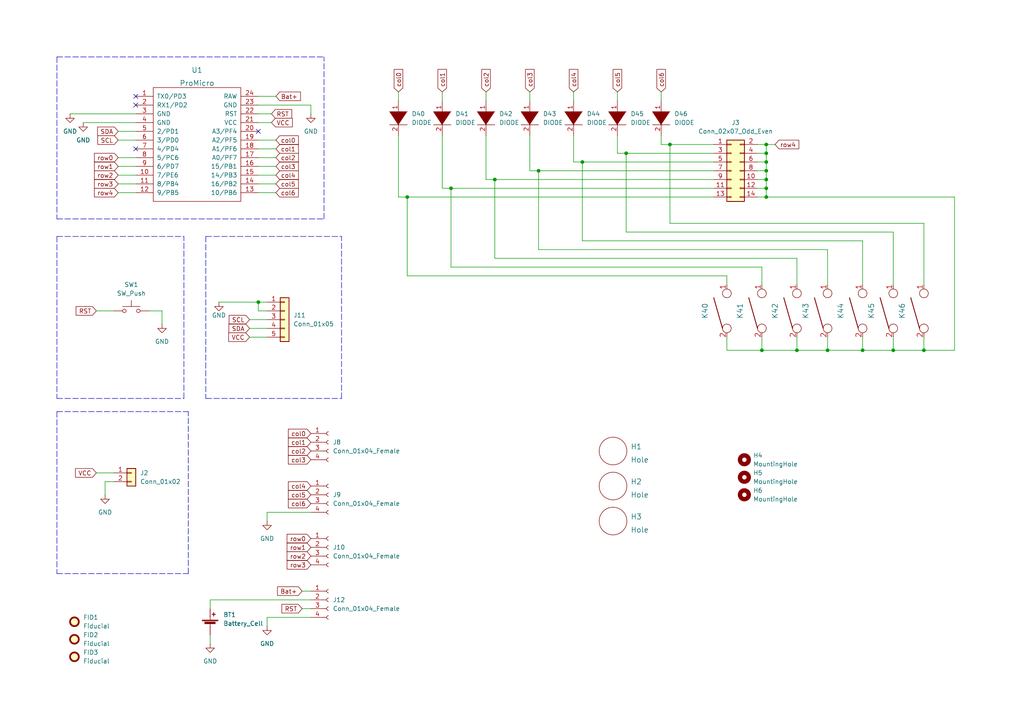
<source format=kicad_sch>
(kicad_sch (version 20211123) (generator eeschema)
  (paper "A4")
  (title_block (title "mykeeb") (rev "see git ;)"))
  (lib_symbols
    (symbol "Connector:Conn_01x04_Female" (pin_names (offset 1.016) hide)
      (property "Reference" "J" (at 0 5.08 0))
      (property "Value" "Conn_01x04_Female" (at 0 -7.62 0))
      (symbol "Conn_01x04_Female_1_1"
        (arc (start 0 -4.572) (mid -0.508 -5.08) (end 0 -5.588) (stroke (width 0.1524)))
        (arc (start 0 -2.032) (mid -0.508 -2.54) (end 0 -3.048) (stroke (width 0.1524)))
        (polyline (pts (xy -1.27 -5.08) (xy -0.508 -5.08)) (stroke (width 0.1524)))
        (polyline (pts (xy -1.27 -2.54) (xy -0.508 -2.54)) (stroke (width 0.1524)))
        (polyline (pts (xy -1.27 0) (xy -0.508 0)) (stroke (width 0.1524)))
        (polyline (pts (xy -1.27 2.54) (xy -0.508 2.54)) (stroke (width 0.1524)))
        (arc (start 0 0.508) (mid -0.508 0) (end 0 -0.508) (stroke (width 0.1524)))
        (arc (start 0 3.048) (mid -0.508 2.54) (end 0 2.032) (stroke (width 0.1524)))
        (pin passive line (at -5.08 2.54 0) (length 3.81) (name "Pin_1") (number "1"))
        (pin passive line (at -5.08 0 0) (length 3.81) (name "Pin_2") (number "2"))
        (pin passive line (at -5.08 -2.54 0) (length 3.81) (name "Pin_3") (number "3"))
        (pin passive line (at -5.08 -5.08 0) (length 3.81) (name "Pin_4") (number "4"))
      )
    )
    (symbol "Connector_Generic:Conn_01x02" (pin_names (offset 1.016) hide)
      (property "Reference" "J" (at 0 2.54 0))
      (property "Value" "Conn_01x02" (at 0 -5.08 0))
      (symbol "Conn_01x02_1_1"
        (rectangle (start -1.27 -2.413) (end 0 -2.667) (stroke (width 0.1524)))
        (rectangle (start -1.27 0.127) (end 0 -0.127) (stroke (width 0.1524)))
        (rectangle (start -1.27 1.27) (end 1.27 -3.81) (stroke (width 0.254)) (fill (type background)))
        (pin passive line (at -5.08 0 0) (length 3.81) (name "Pin_1") (number "1"))
        (pin passive line (at -5.08 -2.54 0) (length 3.81) (name "Pin_2") (number "2"))
      )
    )
    (symbol "Connector_Generic:Conn_01x05" (pin_names (offset 1.016) hide)
      (property "Reference" "J" (at 0 7.62 0))
      (property "Value" "Conn_01x05" (at 0 -7.62 0))
      (symbol "Conn_01x05_1_1"
        (rectangle (start -1.27 -4.953) (end 0 -5.207) (stroke (width 0.1524)))
        (rectangle (start -1.27 -2.413) (end 0 -2.667) (stroke (width 0.1524)))
        (rectangle (start -1.27 0.127) (end 0 -0.127) (stroke (width 0.1524)))
        (rectangle (start -1.27 2.667) (end 0 2.413) (stroke (width 0.1524)))
        (rectangle (start -1.27 5.207) (end 0 4.953) (stroke (width 0.1524)))
        (rectangle (start -1.27 6.35) (end 1.27 -6.35) (stroke (width 0.254)) (fill (type background)))
        (pin passive line (at -5.08 5.08 0) (length 3.81) (name "Pin_1") (number "1"))
        (pin passive line (at -5.08 2.54 0) (length 3.81) (name "Pin_2") (number "2"))
        (pin passive line (at -5.08 0 0) (length 3.81) (name "Pin_3") (number "3"))
        (pin passive line (at -5.08 -2.54 0) (length 3.81) (name "Pin_4") (number "4"))
        (pin passive line (at -5.08 -5.08 0) (length 3.81) (name "Pin_5") (number "5"))
      )
    )
    (symbol "Connector_Generic:Conn_02x07_Odd_Even" (pin_names (offset 1.016) hide)
      (property "Reference" "J" (at 1.27 10.16 0))
      (property "Value" "Conn_02x07_Odd_Even" (at 1.27 -10.16 0))
      (symbol "Conn_02x07_Odd_Even_1_1"
        (rectangle (start -1.27 -7.493) (end 0 -7.747) (stroke (width 0.1524)))
        (rectangle (start -1.27 -4.953) (end 0 -5.207) (stroke (width 0.1524)))
        (rectangle (start -1.27 -2.413) (end 0 -2.667) (stroke (width 0.1524)))
        (rectangle (start -1.27 0.127) (end 0 -0.127) (stroke (width 0.1524)))
        (rectangle (start -1.27 2.667) (end 0 2.413) (stroke (width 0.1524)))
        (rectangle (start -1.27 5.207) (end 0 4.953) (stroke (width 0.1524)))
        (rectangle (start -1.27 7.747) (end 0 7.493) (stroke (width 0.1524)))
        (rectangle (start -1.27 8.89) (end 3.81 -8.89) (stroke (width 0.254)) (fill (type background)))
        (rectangle (start 3.81 -7.493) (end 2.54 -7.747) (stroke (width 0.1524)))
        (rectangle (start 3.81 -4.953) (end 2.54 -5.207) (stroke (width 0.1524)))
        (rectangle (start 3.81 -2.413) (end 2.54 -2.667) (stroke (width 0.1524)))
        (rectangle (start 3.81 0.127) (end 2.54 -0.127) (stroke (width 0.1524)))
        (rectangle (start 3.81 2.667) (end 2.54 2.413) (stroke (width 0.1524)))
        (rectangle (start 3.81 5.207) (end 2.54 4.953) (stroke (width 0.1524)))
        (rectangle (start 3.81 7.747) (end 2.54 7.493) (stroke (width 0.1524)))
        (pin passive line (at -5.08 7.62 0) (length 3.81) (name "Pin_1") (number "1"))
        (pin passive line (at 7.62 -2.54 180) (length 3.81) (name "Pin_10") (number "10"))
        (pin passive line (at -5.08 -5.08 0) (length 3.81) (name "Pin_11") (number "11"))
        (pin passive line (at 7.62 -5.08 180) (length 3.81) (name "Pin_12") (number "12"))
        (pin passive line (at -5.08 -7.62 0) (length 3.81) (name "Pin_13") (number "13"))
        (pin passive line (at 7.62 -7.62 180) (length 3.81) (name "Pin_14") (number "14"))
        (pin passive line (at 7.62 7.62 180) (length 3.81) (name "Pin_2") (number "2"))
        (pin passive line (at -5.08 5.08 0) (length 3.81) (name "Pin_3") (number "3"))
        (pin passive line (at 7.62 5.08 180) (length 3.81) (name "Pin_4") (number "4"))
        (pin passive line (at -5.08 2.54 0) (length 3.81) (name "Pin_5") (number "5"))
        (pin passive line (at 7.62 2.54 180) (length 3.81) (name "Pin_6") (number "6"))
        (pin passive line (at -5.08 0 0) (length 3.81) (name "Pin_7") (number "7"))
        (pin passive line (at 7.62 0 180) (length 3.81) (name "Pin_8") (number "8"))
        (pin passive line (at -5.08 -2.54 0) (length 3.81) (name "Pin_9") (number "9"))
      )
    )
    (symbol "Device:Battery_Cell" (pin_numbers hide) (pin_names (offset 0) hide)
      (property "Reference" "BT" (at 2.54 2.54 0))
      (property "Value" "Battery_Cell" (at 2.54 0 0))
      (symbol "Battery_Cell_0_1"
        (rectangle (start -2.286 1.778) (end 2.286 1.524) (fill (type outline)))
        (rectangle (start -1.5748 1.1938) (end 1.4732 0.6858) (fill (type outline)))
        (polyline (pts (xy 0 0.762) (xy 0 0)))
        (polyline (pts (xy 0 1.778) (xy 0 2.54)))
        (polyline (pts (xy 0.508 3.429) (xy 1.524 3.429)) (stroke (width 0.254)))
        (polyline (pts (xy 1.016 3.937) (xy 1.016 2.921)) (stroke (width 0.254)))
      )
      (symbol "Battery_Cell_1_1"
        (pin passive line (at 0 5.08 270) (length 2.54) (name "+") (number "1"))
        (pin passive line (at 0 -2.54 90) (length 2.54) (name "-") (number "2"))
      )
    )
    (symbol "Mechanical:Fiducial"
      (property "Reference" "FID" (at 0 5.08 0))
      (property "Value" "Fiducial" (at 0 3.175 0))
      (symbol "Fiducial_0_1"
        (circle (center 0 0) (radius 1.27) (stroke (width 0.508)) (fill (type background)))
      )
    )
    (symbol "Mechanical:MountingHole" (pin_names (offset 1.016))
      (property "Reference" "H" (at 0 5.08 0))
      (property "Value" "MountingHole" (at 0 3.175 0))
      (symbol "MountingHole_0_1"
        (circle (center 0 0) (radius 1.27) (stroke (width 1.27)))
      )
    )
    (symbol "Switch:SW_Push" (pin_numbers hide) (pin_names (offset 1.016) hide)
      (property "Reference" "SW" (at 1.27 2.54 0))
      (property "Value" "SW_Push" (at 0 -1.524 0))
      (symbol "SW_Push_0_1"
        (circle (center -2.032 0) (radius 0.508))
        (polyline (pts (xy 0 1.27) (xy 0 3.048)))
        (polyline (pts (xy 2.54 1.27) (xy -2.54 1.27)))
        (circle (center 2.032 0) (radius 0.508))
        (pin passive line (at -5.08 0 0) (length 2.54) (name "1") (number "1"))
        (pin passive line (at 5.08 0 180) (length 2.54) (name "2") (number "2"))
      )
    )
    (symbol "keebio:Hole" (pin_names (offset 1.016))
      (property "Reference" "H" (at 0 -1.27 0))
      (property "Value" "Hole" (at 0 1.27 0))
      (symbol "Hole_0_1"
        (circle (center 0 0) (radius 4.0132))
      )
    )
    (symbol "keebio:ProMicro" (pin_names (offset 1.016))
      (property "Reference" "U" (at 0 0 0))
      (property "Value" "ProMicro" (at 0 -19.05 0))
      (symbol "ProMicro_0_1"
        (rectangle (start -12.7 -16.51) (end 12.7 16.51))
      )
      (symbol "ProMicro_1_1"
        (pin input line (at -17.78 13.97 0) (length 5.08) (name "TX0/PD3") (number "1"))
        (pin input line (at -17.78 -8.89 0) (length 5.08) (name "7/PE6") (number "10"))
        (pin input line (at -17.78 -11.43 0) (length 5.08) (name "8/PB4") (number "11"))
        (pin input line (at -17.78 -13.97 0) (length 5.08) (name "9/PB5") (number "12"))
        (pin input line (at 17.78 -13.97 180) (length 5.08) (name "10/PB6") (number "13"))
        (pin input line (at 17.78 -11.43 180) (length 5.08) (name "16/PB2") (number "14"))
        (pin input line (at 17.78 -8.89 180) (length 5.08) (name "14/PB3") (number "15"))
        (pin input line (at 17.78 -6.35 180) (length 5.08) (name "15/PB1") (number "16"))
        (pin input line (at 17.78 -3.81 180) (length 5.08) (name "A0/PF7") (number "17"))
        (pin input line (at 17.78 -1.27 180) (length 5.08) (name "A1/PF6") (number "18"))
        (pin input line (at 17.78 1.27 180) (length 5.08) (name "A2/PF5") (number "19"))
        (pin input line (at -17.78 11.43 0) (length 5.08) (name "RX1/PD2") (number "2"))
        (pin input line (at 17.78 3.81 180) (length 5.08) (name "A3/PF4") (number "20"))
        (pin input line (at 17.78 6.35 180) (length 5.08) (name "VCC") (number "21"))
        (pin input line (at 17.78 8.89 180) (length 5.08) (name "RST") (number "22"))
        (pin input line (at 17.78 11.43 180) (length 5.08) (name "GND") (number "23"))
        (pin input line (at 17.78 13.97 180) (length 5.08) (name "RAW") (number "24"))
        (pin input line (at -17.78 8.89 0) (length 5.08) (name "GND") (number "3"))
        (pin input line (at -17.78 6.35 0) (length 5.08) (name "GND") (number "4"))
        (pin input line (at -17.78 3.81 0) (length 5.08) (name "2/PD1") (number "5"))
        (pin input line (at -17.78 1.27 0) (length 5.08) (name "3/PD0") (number "6"))
        (pin input line (at -17.78 -1.27 0) (length 5.08) (name "4/PD4") (number "7"))
        (pin input line (at -17.78 -3.81 0) (length 5.08) (name "5/PC6") (number "8"))
        (pin input line (at -17.78 -6.35 0) (length 5.08) (name "6/PD7") (number "9"))
      )
    )
    (symbol "keyboard_parts:KEYSW" (pin_names (offset 1.016))
      (property "Reference" "K?" (at -1.27 0 0))
      (symbol "KEYSW_0_1"
        (circle (center -5.08 0) (radius 1.27))
        (polyline (pts (xy -5.08 1.27) (xy 3.81 3.81)) (stroke (width 0.254)))
        (circle (center 5.08 0) (radius 1.27))
      )
      (symbol "KEYSW_1_1"
        (pin passive line (at 7.62 0 180) (length 1.27) (name "~") (number "1"))
        (pin passive line (at -7.62 0 0) (length 1.27) (name "~") (number "2"))
      )
    )
    (symbol "power:GND" (power) (pin_names (offset 0))
      (property "Value" "GND" (at 0 -3.81 0))
      (symbol "GND_0_1"
        (polyline (pts (xy 0 0) (xy 0 -1.27) (xy 1.27 -1.27) (xy 0 -2.54) (xy -1.27 -1.27) (xy 0 -1.27)))
      )
      (symbol "GND_1_1"
        (pin power_in line (at 0 0 270) (length 0) hide (name "GND") (number "1"))
      )
    )
    (symbol "pspice:DIODE" (pin_names (offset 1.016) hide)
      (property "Reference" "D" (at 0 3.81 0))
      (property "Value" "DIODE" (at 0 -4.445 0))
      (symbol "DIODE_0_1"
        (polyline (pts (xy 1.905 2.54) (xy 1.905 -2.54)))
        (polyline (pts (xy -1.905 2.54) (xy -1.905 -2.54) (xy 1.905 0)) (fill (type outline)))
      )
      (symbol "DIODE_1_1"
        (pin input line (at -5.08 0 0) (length 3.81) (name "K") (number "1"))
        (pin input line (at 5.08 0 180) (length 3.81) (name "A") (number "2"))
      )
    )
  )
  (junction (at 118.11 57.15))
  (junction (at 222.25 54.61))
  (junction (at 130.81 54.61))
  (junction (at 74.93 87.63))
  (junction (at 222.25 41.91))
  (junction (at 250.19 101.6))
  (junction (at 222.25 49.53))
  (junction (at 222.25 46.99))
  (junction (at 267.97 101.6))
  (junction (at 220.98 101.6))
  (junction (at 240.03 101.6))
  (junction (at 168.91 46.99))
  (junction (at 194.31 41.91))
  (junction (at 222.25 57.15))
  (junction (at 181.61 44.45))
  (junction (at 143.51 52.07))
  (junction (at 222.25 44.45))
  (junction (at 231.14 101.6))
  (junction (at 222.25 52.07))
  (junction (at 156.21 49.53))
  (junction (at 259.08 101.6))
  (no_connect (at 39.37 27.94))
  (no_connect (at 39.37 30.48))
  (no_connect (at 39.37 43.18))
  (no_connect (at 74.93 38.1))
  (wire (pts (xy 39.37 50.8) (xy 34.29 50.8)))
  (wire (pts (xy 90.17 33.02) (xy 90.17 30.48)))
  (wire (pts (xy 24.13 35.56) (xy 39.37 35.56)))
  (wire (pts (xy 60.96 176.53) (xy 60.96 173.99)))
  (wire (pts (xy 219.71 46.99) (xy 222.25 46.99)))
  (wire (pts (xy 207.01 49.53) (xy 156.21 49.53)))
  (wire (pts (xy 77.47 151.13) (xy 77.47 148.59)))
  (polyline (pts (xy 99.06 115.57) (xy 99.06 68.58)))
  (wire (pts (xy 87.63 171.45) (xy 90.17 171.45)))
  (wire (pts (xy 115.57 39.37) (xy 115.57 57.15)))
  (wire (pts (xy 222.25 49.53) (xy 222.25 52.07)))
  (wire (pts (xy 118.11 57.15) (xy 115.57 57.15)))
  (wire (pts (xy 74.93 35.56) (xy 78.74 35.56)))
  (wire (pts (xy 250.19 69.85) (xy 250.19 82.55)))
  (wire (pts (xy 130.81 54.61) (xy 207.01 54.61)))
  (wire (pts (xy 240.03 72.39) (xy 240.03 82.55)))
  (wire (pts (xy 27.94 90.17) (xy 33.02 90.17)))
  (wire (pts (xy 267.97 64.77) (xy 267.97 82.55)))
  (wire (pts (xy 143.51 52.07) (xy 143.51 74.93)))
  (wire (pts (xy 222.25 57.15) (xy 222.25 54.61)))
  (wire (pts (xy 194.31 64.77) (xy 267.97 64.77)))
  (polyline (pts (xy 16.51 63.5) (xy 93.98 63.5)))
  (wire (pts (xy 222.25 41.91) (xy 224.79 41.91)))
  (wire (pts (xy 74.93 53.34) (xy 80.01 53.34)))
  (wire (pts (xy 231.14 97.79) (xy 231.14 101.6)))
  (wire (pts (xy 74.93 87.63) (xy 77.47 87.63)))
  (wire (pts (xy 153.67 39.37) (xy 153.67 49.53)))
  (polyline (pts (xy 59.69 115.57) (xy 99.06 115.57)))
  (polyline (pts (xy 93.98 63.5) (xy 93.98 16.51)))
  (wire (pts (xy 222.25 44.45) (xy 222.25 41.91)))
  (wire (pts (xy 156.21 72.39) (xy 240.03 72.39)))
  (polyline (pts (xy 59.69 68.58) (xy 59.69 115.57)))
  (polyline (pts (xy 16.51 166.37) (xy 54.61 166.37)))
  (wire (pts (xy 250.19 101.6) (xy 259.08 101.6)))
  (wire (pts (xy 259.08 97.79) (xy 259.08 101.6)))
  (wire (pts (xy 153.67 29.21) (xy 153.67 26.67)))
  (wire (pts (xy 74.93 33.02) (xy 78.74 33.02)))
  (wire (pts (xy 207.01 57.15) (xy 118.11 57.15)))
  (wire (pts (xy 140.97 39.37) (xy 140.97 52.07)))
  (wire (pts (xy 143.51 52.07) (xy 140.97 52.07)))
  (wire (pts (xy 72.39 97.79) (xy 77.47 97.79)))
  (wire (pts (xy 219.71 54.61) (xy 222.25 54.61)))
  (wire (pts (xy 128.27 39.37) (xy 128.27 54.61)))
  (wire (pts (xy 191.77 39.37) (xy 191.77 41.91)))
  (wire (pts (xy 219.71 52.07) (xy 222.25 52.07)))
  (wire (pts (xy 63.5 87.63) (xy 74.93 87.63)))
  (wire (pts (xy 181.61 67.31) (xy 259.08 67.31)))
  (wire (pts (xy 219.71 41.91) (xy 222.25 41.91)))
  (wire (pts (xy 130.81 77.47) (xy 220.98 77.47)))
  (wire (pts (xy 74.93 27.94) (xy 80.01 27.94)))
  (wire (pts (xy 156.21 49.53) (xy 156.21 72.39)))
  (wire (pts (xy 191.77 41.91) (xy 194.31 41.91)))
  (wire (pts (xy 231.14 74.93) (xy 231.14 82.55)))
  (wire (pts (xy 74.93 45.72) (xy 80.01 45.72)))
  (wire (pts (xy 20.32 33.02) (xy 39.37 33.02)))
  (wire (pts (xy 115.57 29.21) (xy 115.57 26.67)))
  (wire (pts (xy 128.27 54.61) (xy 130.81 54.61)))
  (wire (pts (xy 143.51 74.93) (xy 231.14 74.93)))
  (wire (pts (xy 60.96 173.99) (xy 90.17 173.99)))
  (wire (pts (xy 46.99 90.17) (xy 46.99 93.98)))
  (wire (pts (xy 39.37 45.72) (xy 34.29 45.72)))
  (wire (pts (xy 34.29 38.1) (xy 39.37 38.1)))
  (wire (pts (xy 207.01 52.07) (xy 143.51 52.07)))
  (wire (pts (xy 179.07 39.37) (xy 179.07 44.45)))
  (wire (pts (xy 181.61 44.45) (xy 179.07 44.45)))
  (wire (pts (xy 74.93 55.88) (xy 80.01 55.88)))
  (wire (pts (xy 77.47 148.59) (xy 90.17 148.59)))
  (wire (pts (xy 34.29 40.64) (xy 39.37 40.64)))
  (polyline (pts (xy 16.51 68.58) (xy 53.34 68.58)))
  (wire (pts (xy 168.91 46.99) (xy 168.91 69.85)))
  (wire (pts (xy 191.77 29.21) (xy 191.77 26.67)))
  (polyline (pts (xy 16.51 16.51) (xy 93.98 16.51)))
  (wire (pts (xy 77.47 90.17) (xy 74.93 90.17)))
  (polyline (pts (xy 16.51 68.58) (xy 16.51 115.57)))
  (wire (pts (xy 72.39 92.71) (xy 77.47 92.71)))
  (wire (pts (xy 27.94 137.16) (xy 33.02 137.16)))
  (wire (pts (xy 267.97 101.6) (xy 267.97 97.79)))
  (wire (pts (xy 219.71 57.15) (xy 222.25 57.15)))
  (wire (pts (xy 259.08 67.31) (xy 259.08 82.55)))
  (polyline (pts (xy 59.69 68.58) (xy 99.06 68.58)))
  (wire (pts (xy 194.31 41.91) (xy 194.31 64.77)))
  (wire (pts (xy 39.37 53.34) (xy 34.29 53.34)))
  (wire (pts (xy 179.07 29.21) (xy 179.07 26.67)))
  (polyline (pts (xy 53.34 115.57) (xy 53.34 68.58)))
  (wire (pts (xy 30.48 139.7) (xy 33.02 139.7)))
  (wire (pts (xy 168.91 69.85) (xy 250.19 69.85)))
  (wire (pts (xy 77.47 179.07) (xy 90.17 179.07)))
  (wire (pts (xy 77.47 181.61) (xy 77.47 179.07)))
  (wire (pts (xy 74.93 50.8) (xy 80.01 50.8)))
  (wire (pts (xy 166.37 39.37) (xy 166.37 46.99)))
  (wire (pts (xy 130.81 54.61) (xy 130.81 77.47)))
  (wire (pts (xy 240.03 97.79) (xy 240.03 101.6)))
  (wire (pts (xy 231.14 101.6) (xy 240.03 101.6)))
  (wire (pts (xy 240.03 101.6) (xy 250.19 101.6)))
  (wire (pts (xy 74.93 48.26) (xy 80.01 48.26)))
  (wire (pts (xy 39.37 55.88) (xy 34.29 55.88)))
  (wire (pts (xy 210.82 97.79) (xy 210.82 101.6)))
  (wire (pts (xy 74.93 90.17) (xy 74.93 87.63)))
  (polyline (pts (xy 16.51 119.38) (xy 54.61 119.38)))
  (wire (pts (xy 194.31 41.91) (xy 207.01 41.91)))
  (wire (pts (xy 220.98 97.79) (xy 220.98 101.6)))
  (polyline (pts (xy 16.51 16.51) (xy 16.51 63.5)))
  (wire (pts (xy 210.82 80.01) (xy 210.82 82.55)))
  (wire (pts (xy 74.93 43.18) (xy 80.01 43.18)))
  (wire (pts (xy 276.86 57.15) (xy 276.86 101.6)))
  (wire (pts (xy 207.01 46.99) (xy 168.91 46.99)))
  (polyline (pts (xy 54.61 166.37) (xy 54.61 119.38)))
  (wire (pts (xy 222.25 49.53) (xy 222.25 46.99)))
  (wire (pts (xy 259.08 101.6) (xy 267.97 101.6)))
  (wire (pts (xy 87.63 176.53) (xy 90.17 176.53)))
  (wire (pts (xy 276.86 101.6) (xy 267.97 101.6)))
  (wire (pts (xy 222.25 54.61) (xy 222.25 52.07)))
  (wire (pts (xy 118.11 57.15) (xy 118.11 80.01)))
  (wire (pts (xy 128.27 29.21) (xy 128.27 26.67)))
  (wire (pts (xy 222.25 57.15) (xy 276.86 57.15)))
  (polyline (pts (xy 16.51 115.57) (xy 53.34 115.57)))
  (wire (pts (xy 74.93 40.64) (xy 80.01 40.64)))
  (wire (pts (xy 207.01 44.45) (xy 181.61 44.45)))
  (wire (pts (xy 210.82 101.6) (xy 220.98 101.6)))
  (wire (pts (xy 43.18 90.17) (xy 46.99 90.17)))
  (wire (pts (xy 220.98 101.6) (xy 231.14 101.6)))
  (wire (pts (xy 72.39 95.25) (xy 77.47 95.25)))
  (wire (pts (xy 181.61 44.45) (xy 181.61 67.31)))
  (wire (pts (xy 118.11 80.01) (xy 210.82 80.01)))
  (wire (pts (xy 168.91 46.99) (xy 166.37 46.99)))
  (wire (pts (xy 60.96 186.69) (xy 60.96 184.15)))
  (wire (pts (xy 219.71 44.45) (xy 222.25 44.45)))
  (wire (pts (xy 219.71 49.53) (xy 222.25 49.53)))
  (wire (pts (xy 220.98 77.47) (xy 220.98 82.55)))
  (wire (pts (xy 156.21 49.53) (xy 153.67 49.53)))
  (wire (pts (xy 140.97 29.21) (xy 140.97 26.67)))
  (wire (pts (xy 74.93 30.48) (xy 90.17 30.48)))
  (wire (pts (xy 30.48 143.51) (xy 30.48 139.7)))
  (wire (pts (xy 39.37 48.26) (xy 34.29 48.26)))
  (polyline (pts (xy 16.51 119.38) (xy 16.51 166.37)))
  (wire (pts (xy 250.19 97.79) (xy 250.19 101.6)))
  (wire (pts (xy 222.25 46.99) (xy 222.25 44.45)))
  (wire (pts (xy 166.37 29.21) (xy 166.37 26.67)))
  (global_label "col3" (shape input) (at 80.01 48.26 0) (property "Referenzen zwischen Schaltplänen" "${INTERSHEET_REFS}" (effects hide)))
  (global_label "row4" (shape input) (at 34.29 55.88 180) (property "Referenzen zwischen Schaltplänen" "${INTERSHEET_REFS}" (effects hide)))
  (global_label "RST" (shape input) (at 78.74 33.02 0) (property "Referenzen zwischen Schaltplänen" "${INTERSHEET_REFS}" (effects hide)))
  (global_label "col6" (shape input) (at 191.77 26.67 90) (property "Referenzen zwischen Schaltplänen" "${INTERSHEET_REFS}" (effects hide)))
  (global_label "VCC" (shape input) (at 72.39 97.79 180) (property "Referenzen zwischen Schaltplänen" "${INTERSHEET_REFS}" (effects hide)))
  (global_label "col1" (shape input) (at 80.01 43.18 0) (property "Referenzen zwischen Schaltplänen" "${INTERSHEET_REFS}" (effects hide)))
  (global_label "row2" (shape input) (at 34.29 50.8 180) (property "Referenzen zwischen Schaltplänen" "${INTERSHEET_REFS}" (effects hide)))
  (global_label "col5" (shape input) (at 80.01 53.34 0) (property "Referenzen zwischen Schaltplänen" "${INTERSHEET_REFS}" (effects hide)))
  (global_label "RST" (shape input) (at 87.63 176.53 180) (property "Referenzen zwischen Schaltplänen" "${INTERSHEET_REFS}" (effects hide)))
  (global_label "Bat+" (shape input) (at 87.63 171.45 180) (property "Referenzen zwischen Schaltplänen" "${INTERSHEET_REFS}" (effects hide)))
  (global_label "col2" (shape input) (at 140.97 26.67 90) (property "Referenzen zwischen Schaltplänen" "${INTERSHEET_REFS}" (effects hide)))
  (global_label "row4" (shape input) (at 224.79 41.91 0) (property "Referenzen zwischen Schaltplänen" "${INTERSHEET_REFS}" (effects hide)))
  (global_label "row0" (shape input) (at 90.17 156.21 180) (property "Referenzen zwischen Schaltplänen" "${INTERSHEET_REFS}" (effects hide)))
  (global_label "col1" (shape input) (at 128.27 26.67 90) (property "Referenzen zwischen Schaltplänen" "${INTERSHEET_REFS}" (effects hide)))
  (global_label "col0" (shape input) (at 115.57 26.67 90) (property "Referenzen zwischen Schaltplänen" "${INTERSHEET_REFS}" (effects hide)))
  (global_label "col0" (shape input) (at 90.17 125.73 180) (property "Referenzen zwischen Schaltplänen" "${INTERSHEET_REFS}" (effects hide)))
  (global_label "row2" (shape input) (at 90.17 161.29 180) (property "Referenzen zwischen Schaltplänen" "${INTERSHEET_REFS}" (effects hide)))
  (global_label "SCL" (shape input) (at 72.39 92.71 180) (property "Referenzen zwischen Schaltplänen" "${INTERSHEET_REFS}" (effects hide)))
  (global_label "col6" (shape input) (at 80.01 55.88 0) (property "Referenzen zwischen Schaltplänen" "${INTERSHEET_REFS}" (effects hide)))
  (global_label "col1" (shape input) (at 90.17 128.27 180) (property "Referenzen zwischen Schaltplänen" "${INTERSHEET_REFS}" (effects hide)))
  (global_label "SDA" (shape input) (at 72.39 95.25 180) (property "Referenzen zwischen Schaltplänen" "${INTERSHEET_REFS}" (effects hide)))
  (global_label "row3" (shape input) (at 34.29 53.34 180) (property "Referenzen zwischen Schaltplänen" "${INTERSHEET_REFS}" (effects hide)))
  (global_label "row1" (shape input) (at 34.29 48.26 180) (property "Referenzen zwischen Schaltplänen" "${INTERSHEET_REFS}" (effects hide)))
  (global_label "row3" (shape input) (at 90.17 163.83 180) (property "Referenzen zwischen Schaltplänen" "${INTERSHEET_REFS}" (effects hide)))
  (global_label "col3" (shape input) (at 153.67 26.67 90) (property "Referenzen zwischen Schaltplänen" "${INTERSHEET_REFS}" (effects hide)))
  (global_label "SCL" (shape input) (at 34.29 40.64 180) (property "Referenzen zwischen Schaltplänen" "${INTERSHEET_REFS}" (effects hide)))
  (global_label "col0" (shape input) (at 80.01 40.64 0) (property "Referenzen zwischen Schaltplänen" "${INTERSHEET_REFS}" (effects hide)))
  (global_label "row0" (shape input) (at 34.29 45.72 180) (property "Referenzen zwischen Schaltplänen" "${INTERSHEET_REFS}" (effects hide)))
  (global_label "VCC" (shape input) (at 27.94 137.16 180) (property "Referenzen zwischen Schaltplänen" "${INTERSHEET_REFS}" (effects hide)))
  (global_label "Bat+" (shape input) (at 80.01 27.94 0) (property "Referenzen zwischen Schaltplänen" "${INTERSHEET_REFS}" (effects hide)))
  (global_label "col3" (shape input) (at 90.17 133.35 180) (property "Referenzen zwischen Schaltplänen" "${INTERSHEET_REFS}" (effects hide)))
  (global_label "RST" (shape input) (at 27.94 90.17 180) (property "Referenzen zwischen Schaltplänen" "${INTERSHEET_REFS}" (effects hide)))
  (global_label "col5" (shape input) (at 90.17 143.51 180) (property "Referenzen zwischen Schaltplänen" "${INTERSHEET_REFS}" (effects hide)))
  (global_label "col2" (shape input) (at 90.17 130.81 180) (property "Referenzen zwischen Schaltplänen" "${INTERSHEET_REFS}" (effects hide)))
  (global_label "col4" (shape input) (at 166.37 26.67 90) (property "Referenzen zwischen Schaltplänen" "${INTERSHEET_REFS}" (effects hide)))
  (global_label "col4" (shape input) (at 80.01 50.8 0) (property "Referenzen zwischen Schaltplänen" "${INTERSHEET_REFS}" (effects hide)))
  (global_label "SDA" (shape input) (at 34.29 38.1 180) (property "Referenzen zwischen Schaltplänen" "${INTERSHEET_REFS}" (effects hide)))
  (global_label "col4" (shape input) (at 90.17 140.97 180) (property "Referenzen zwischen Schaltplänen" "${INTERSHEET_REFS}" (effects hide)))
  (global_label "VCC" (shape input) (at 78.74 35.56 0) (property "Referenzen zwischen Schaltplänen" "${INTERSHEET_REFS}" (effects hide)))
  (global_label "row1" (shape input) (at 90.17 158.75 180) (property "Referenzen zwischen Schaltplänen" "${INTERSHEET_REFS}" (effects hide)))
  (global_label "col2" (shape input) (at 80.01 45.72 0) (property "Referenzen zwischen Schaltplänen" "${INTERSHEET_REFS}" (effects hide)))
  (global_label "col5" (shape input) (at 179.07 26.67 90) (property "Referenzen zwischen Schaltplänen" "${INTERSHEET_REFS}" (effects hide)))
  (global_label "col6" (shape input) (at 90.17 146.05 180) (property "Referenzen zwischen Schaltplänen" "${INTERSHEET_REFS}" (effects hide)))
  (symbol (lib_id "Connector:Conn_01x04_Female") (at 95.25 143.51 0) (unit 1)
    (property "Reference" "J9" (at 96.52 143.5099 0) (effects (justify left)))
    (property "Value" "Conn_01x04_Female" (at 96.52 146.0499 0) (effects (justify left)))
    (property "Footprint" "Connector_PinSocket_2.54mm:PinSocket_1x04_P2.54mm_Vertical" (effects hide))
  )
  (symbol (lib_id "power:GND") (at 77.47 181.61 0) (unit 1)
    (property "Reference" "#PWR0103" (effects hide))
    (property "Value" "GND" (at 77.47 186.69 0))
  )
  (symbol (lib_id "pspice:DIODE") (at 191.77 34.29 270) (unit 1)
    (property "Reference" "D46" (at 195.58 33.0199 90) (effects (justify left)))
    (property "Value" "DIODE" (at 195.58 35.5599 90) (effects (justify left)))
    (property "Footprint" "mykeeb:my_dual_D_SOD123F_v2b" (effects hide))
  )
  (symbol (lib_id "Mechanical:MountingHole") (at 215.9 138.43 0) (unit 1)
    (property "Reference" "H5" (at 218.44 137.1599 0) (effects (justify left)))
    (property "Value" "MountingHole" (at 218.44 139.6999 0) (effects (justify left)))
    (property "Footprint" "MountingHole:MountingHole_3.2mm_M3" (effects hide))
  )
  (symbol (lib_id "power:GND") (at 20.32 33.02 0) (unit 1)
    (property "Reference" "#PWR0102" (effects hide))
    (property "Value" "GND" (at 20.32 38.1 0))
  )
  (symbol (lib_id "keebio:Hole") (at 177.8 151.13 0) (unit 1)
    (property "Reference" "H3" (at 182.88 149.86 0) (effects (font (size 1.524 1.524)) (justify left)))
    (property "Value" "Hole" (at 182.88 153.67 0) (effects (font (size 1.524 1.524)) (justify left)))
    (property "Footprint" "mykeeb:breakaway" (effects hide))
  )
  (symbol (lib_id "keebio:ProMicro") (at 57.15 41.91 0) (unit 1)
    (property "Reference" "U1" (at 57.15 20.32 0) (effects (font (size 1.524 1.524))))
    (property "Value" "ProMicro" (at 57.15 24.13 0) (effects (font (size 1.524 1.524))))
    (property "Footprint" "mykeeb:my_reversible_Pro_Micro" (effects hide))
  )
  (symbol (lib_id "pspice:DIODE") (at 115.57 34.29 270) (unit 1)
    (property "Reference" "D40" (at 119.38 33.0199 90) (effects (justify left)))
    (property "Value" "DIODE" (at 119.38 35.5599 90) (effects (justify left)))
    (property "Footprint" "mykeeb:my_dual_D_SOD123F_v2b" (effects hide))
  )
  (symbol (lib_id "power:GND") (at 24.13 35.56 0) (unit 1)
    (property "Reference" "#PWR0101" (effects hide))
    (property "Value" "GND" (at 24.13 40.64 0))
  )
  (symbol (lib_id "Device:Battery_Cell") (at 60.96 181.61 0) (unit 1)
    (property "Reference" "BT1" (at 64.77 178.3079 0) (effects (justify left)))
    (property "Value" "Battery_Cell" (at 64.77 180.8479 0) (effects (justify left)))
    (property "Footprint" "Connector_JST:JST_PH_S2B-PH-K_1x02_P2.00mm_Horizontal" (effects hide))
  )
  (symbol (lib_id "pspice:DIODE") (at 140.97 34.29 270) (unit 1)
    (property "Reference" "D42" (at 144.78 33.0199 90) (effects (justify left)))
    (property "Value" "DIODE" (at 144.78 35.5599 90) (effects (justify left)))
    (property "Footprint" "mykeeb:my_dual_D_SOD123F_v2b" (effects hide))
  )
  (symbol (lib_id "Mechanical:MountingHole") (at 215.9 143.51 0) (unit 1)
    (property "Reference" "H6" (at 218.44 142.2399 0) (effects (justify left)))
    (property "Value" "MountingHole" (at 218.44 144.7799 0) (effects (justify left)))
    (property "Footprint" "MountingHole:MountingHole_3.2mm_M3" (effects hide))
  )
  (symbol (lib_id "power:GND") (at 90.17 33.02 0) (unit 1)
    (property "Reference" "#PWR01" (effects hide))
    (property "Value" "GND" (at 90.17 38.1 0))
  )
  (symbol (lib_id "power:GND") (at 63.5 87.63 0) (unit 1)
    (property "Reference" "#PWR03" (effects hide))
    (property "Value" "GND" (at 63.5 91.44 0))
  )
  (symbol (lib_id "keyboard_parts:KEYSW") (at 267.97 90.17 90) (unit 1)
    (property "Reference" "K46" (at 261.62 90.17 0) (effects (font (size 1.524 1.524))))
    (property "Value" "KEYSW" (effects hide))
    (property "Footprint" "mykeeb:Kailh_socket_MX_reversible_1u" (effects hide))
  )
  (symbol (lib_id "keyboard_parts:KEYSW") (at 210.82 90.17 90) (unit 1)
    (property "Reference" "K40" (at 204.47 90.17 0) (effects (font (size 1.524 1.524))))
    (property "Value" "KEYSW" (effects hide))
    (property "Footprint" "mykeeb:Kailh_socket_MX_reversible_1u" (effects hide))
  )
  (symbol (lib_id "keyboard_parts:KEYSW") (at 259.08 90.17 90) (unit 1)
    (property "Reference" "K45" (at 252.73 90.17 0) (effects (font (size 1.524 1.524))))
    (property "Value" "KEYSW" (effects hide))
    (property "Footprint" "mykeeb:Kailh_socket_MX_reversible_1u" (effects hide))
  )
  (symbol (lib_id "Connector_Generic:Conn_01x05") (at 82.55 92.71 0) (unit 1)
    (property "Reference" "J11" (at 85.09 91.4399 0) (effects (justify left)))
    (property "Value" "Conn_01x05" (at 85.09 93.9799 0) (effects (justify left)))
    (property "Footprint" "Connector_PinSocket_2.54mm:PinSocket_1x05_P2.54mm_Vertical" (effects hide))
  )
  (symbol (lib_id "Mechanical:Fiducial") (at 21.59 185.42 0) (unit 1)
    (property "Reference" "FID2" (at 24.13 184.1499 0) (effects (justify left)))
    (property "Value" "Fiducial" (at 24.13 186.6899 0) (effects (justify left)))
    (property "Footprint" "Fiducial:Fiducial_1mm_Mask2mm" (effects hide))
  )
  (symbol (lib_id "pspice:DIODE") (at 153.67 34.29 270) (unit 1)
    (property "Reference" "D43" (at 157.48 33.0199 90) (effects (justify left)))
    (property "Value" "DIODE" (at 157.48 35.5599 90) (effects (justify left)))
    (property "Footprint" "mykeeb:my_dual_D_SOD123F_v2b" (effects hide))
  )
  (symbol (lib_id "Mechanical:Fiducial") (at 21.59 180.34 0) (unit 1)
    (property "Reference" "FID1" (at 24.13 179.0699 0) (effects (justify left)))
    (property "Value" "Fiducial" (at 24.13 181.6099 0) (effects (justify left)))
    (property "Footprint" "Fiducial:Fiducial_1mm_Mask2mm" (effects hide))
  )
  (symbol (lib_id "Mechanical:Fiducial") (at 21.59 190.5 0) (unit 1)
    (property "Reference" "FID3" (at 24.13 189.2299 0) (effects (justify left)))
    (property "Value" "Fiducial" (at 24.13 191.7699 0) (effects (justify left)))
    (property "Footprint" "Fiducial:Fiducial_1mm_Mask2mm" (effects hide))
  )
  (symbol (lib_id "keyboard_parts:KEYSW") (at 250.19 90.17 90) (unit 1)
    (property "Reference" "K44" (at 243.84 90.17 0) (effects (font (size 1.524 1.524))))
    (property "Value" "KEYSW" (effects hide))
    (property "Footprint" "mykeeb:Kailh_socket_MX_reversible_1u" (effects hide))
  )
  (symbol (lib_id "Connector:Conn_01x04_Female") (at 95.25 173.99 0) (unit 1)
    (property "Reference" "J12" (at 96.52 173.9899 0) (effects (justify left)))
    (property "Value" "Conn_01x04_Female" (at 96.52 176.5299 0) (effects (justify left)))
    (property "Footprint" "Connector_PinSocket_2.54mm:PinSocket_1x04_P2.54mm_Vertical" (effects hide))
  )
  (symbol (lib_id "keebio:Hole") (at 177.8 130.81 0) (unit 1)
    (property "Reference" "H1" (at 182.88 129.54 0) (effects (font (size 1.524 1.524)) (justify left)))
    (property "Value" "Hole" (at 182.88 133.35 0) (effects (font (size 1.524 1.524)) (justify left)))
    (property "Footprint" "mykeeb:breakaway" (effects hide))
  )
  (symbol (lib_id "pspice:DIODE") (at 128.27 34.29 270) (unit 1)
    (property "Reference" "D41" (at 132.08 33.0199 90) (effects (justify left)))
    (property "Value" "DIODE" (at 132.08 35.5599 90) (effects (justify left)))
    (property "Footprint" "mykeeb:my_dual_D_SOD123F_v2b" (effects hide))
  )
  (symbol (lib_id "keyboard_parts:KEYSW") (at 240.03 90.17 90) (unit 1)
    (property "Reference" "K43" (at 233.68 90.17 0) (effects (font (size 1.524 1.524))))
    (property "Value" "KEYSW" (effects hide))
    (property "Footprint" "mykeeb:Kailh_socket_MX_reversible_1u" (effects hide))
  )
  (symbol (lib_id "pspice:DIODE") (at 179.07 34.29 270) (unit 1)
    (property "Reference" "D45" (at 182.88 33.0199 90) (effects (justify left)))
    (property "Value" "DIODE" (at 182.88 35.5599 90) (effects (justify left)))
    (property "Footprint" "mykeeb:my_dual_D_SOD123F_v2b" (effects hide))
  )
  (symbol (lib_id "Connector:Conn_01x04_Female") (at 95.25 158.75 0) (unit 1)
    (property "Reference" "J10" (at 96.52 158.7499 0) (effects (justify left)))
    (property "Value" "Conn_01x04_Female" (at 96.52 161.2899 0) (effects (justify left)))
    (property "Footprint" "Connector_PinSocket_2.54mm:PinSocket_1x04_P2.54mm_Vertical" (effects hide))
  )
  (symbol (lib_id "pspice:DIODE") (at 166.37 34.29 270) (unit 1)
    (property "Reference" "D44" (at 170.18 33.0199 90) (effects (justify left)))
    (property "Value" "DIODE" (at 170.18 35.5599 90) (effects (justify left)))
    (property "Footprint" "mykeeb:my_dual_D_SOD123F_v2b" (effects hide))
  )
  (symbol (lib_id "Connector:Conn_01x04_Female") (at 95.25 128.27 0) (unit 1)
    (property "Reference" "J8" (at 96.52 128.2699 0) (effects (justify left)))
    (property "Value" "Conn_01x04_Female" (at 96.52 130.8099 0) (effects (justify left)))
    (property "Footprint" "Connector_PinSocket_2.54mm:PinSocket_1x04_P2.54mm_Vertical" (effects hide))
  )
  (symbol (lib_id "Connector_Generic:Conn_01x02") (at 38.1 137.16 0) (unit 1)
    (property "Reference" "J2" (at 40.64 137.1599 0) (effects (justify left)))
    (property "Value" "Conn_01x02" (at 40.64 139.6999 0) (effects (justify left)))
    (property "Footprint" "Connector_PinHeader_2.54mm:PinHeader_1x02_P2.54mm_Vertical" (effects hide))
  )
  (symbol (lib_id "keebio:Hole") (at 177.8 140.97 0) (unit 1)
    (property "Reference" "H2" (at 182.88 139.7 0) (effects (font (size 1.524 1.524)) (justify left)))
    (property "Value" "Hole" (at 182.88 143.51 0) (effects (font (size 1.524 1.524)) (justify left)))
    (property "Footprint" "mykeeb:breakaway" (effects hide))
  )
  (symbol (lib_id "keyboard_parts:KEYSW") (at 220.98 90.17 90) (unit 1)
    (property "Reference" "K41" (at 214.63 90.17 0) (effects (font (size 1.524 1.524))))
    (property "Value" "KEYSW" (effects hide))
    (property "Footprint" "mykeeb:Kailh_socket_MX_reversible_1u" (effects hide))
  )
  (symbol (lib_id "power:GND") (at 46.99 93.98 0) (unit 1)
    (property "Reference" "#PWR0106" (effects hide))
    (property "Value" "GND" (at 46.99 99.06 0))
  )
  (symbol (lib_id "Mechanical:MountingHole") (at 215.9 133.35 0) (unit 1)
    (property "Reference" "H4" (at 218.44 132.0799 0) (effects (justify left)))
    (property "Value" "MountingHole" (at 218.44 134.6199 0) (effects (justify left)))
    (property "Footprint" "MountingHole:MountingHole_3.2mm_M3" (effects hide))
  )
  (symbol (lib_id "power:GND") (at 60.96 186.69 0) (unit 1)
    (property "Reference" "#PWR0107" (effects hide))
    (property "Value" "GND" (at 60.96 191.77 0))
  )
  (symbol (lib_id "power:GND") (at 77.47 151.13 0) (unit 1)
    (property "Reference" "#PWR0104" (effects hide))
    (property "Value" "GND" (at 77.47 156.21 0))
  )
  (symbol (lib_id "Switch:SW_Push") (at 38.1 90.17 0) (unit 1)
    (property "Reference" "SW1" (at 38.1 82.55 0))
    (property "Value" "SW_Push" (at 38.1 85.09 0))
    (property "Footprint" "Button_Switch_THT:SW_PUSH_6mm" (effects hide))
  )
  (symbol (lib_id "Connector_Generic:Conn_02x07_Odd_Even") (at 212.09 49.53 0) (unit 1)
    (property "Reference" "J3" (at 213.36 35.56 0))
    (property "Value" "Conn_02x07_Odd_Even" (at 213.36 38.1 0))
    (property "Footprint" "Connector_PinHeader_2.54mm:PinHeader_2x07_P2.54mm_Vertical" (effects hide))
  )
  (symbol (lib_id "power:GND") (at 30.48 143.51 0) (unit 1)
    (property "Reference" "#PWR02" (effects hide))
    (property "Value" "GND" (at 30.48 148.59 0))
  )
  (symbol (lib_id "keyboard_parts:KEYSW") (at 231.14 90.17 90) (unit 1)
    (property "Reference" "K42" (at 224.79 90.17 0) (effects (font (size 1.524 1.524))))
    (property "Value" "KEYSW" (effects hide))
    (property "Footprint" "mykeeb:Kailh_socket_MX_reversible_1.25u" (effects hide))
  )
)
</source>
